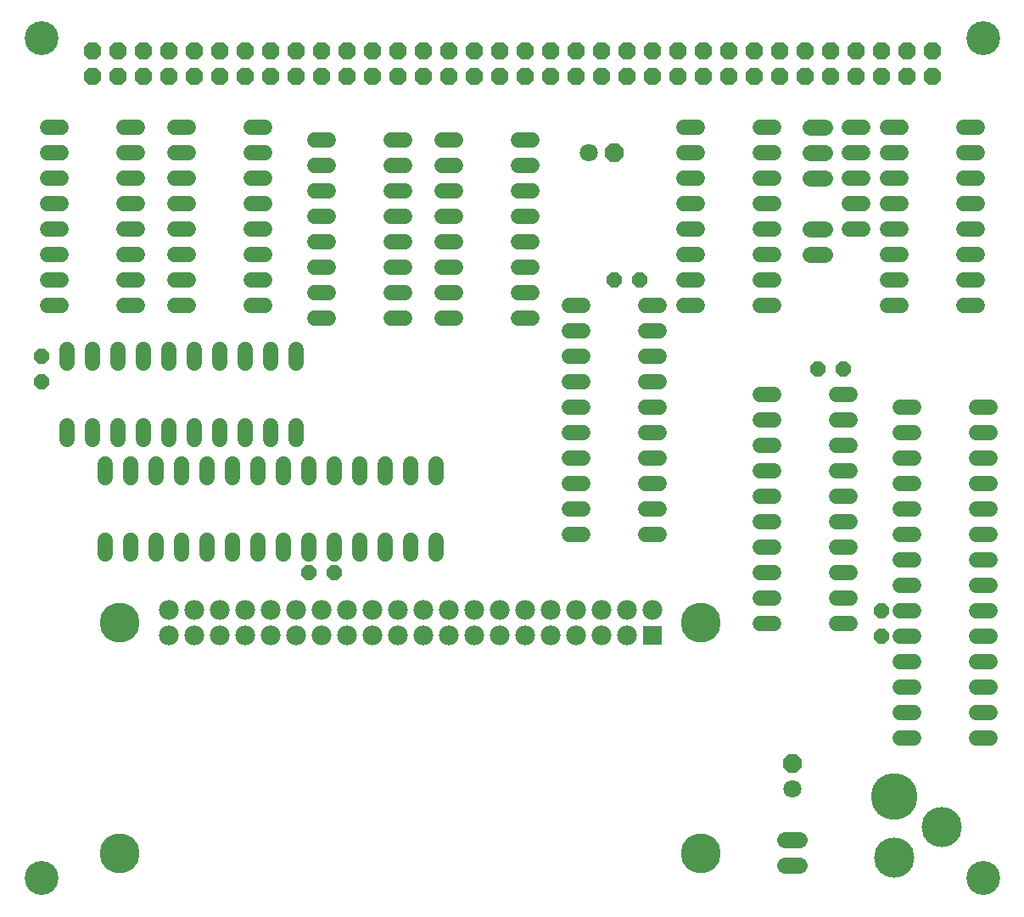
<source format=gbs>
G75*
%MOIN*%
%OFA0B0*%
%FSLAX24Y24*%
%IPPOS*%
%LPD*%
%AMOC8*
5,1,8,0,0,1.08239X$1,22.5*
%
%ADD10C,0.1330*%
%ADD11OC8,0.0600*%
%ADD12OC8,0.0710*%
%ADD13C,0.0710*%
%ADD14C,0.0600*%
%ADD15R,0.0780X0.0780*%
%ADD16C,0.0780*%
%ADD17C,0.1563*%
%ADD18C,0.0640*%
%ADD19C,0.1830*%
%ADD20C,0.1580*%
%ADD21OC8,0.0680*%
D10*
X002180Y002234D03*
X002180Y035234D03*
X039180Y035234D03*
X039180Y002234D03*
D11*
X035180Y011734D03*
X035180Y012734D03*
X033680Y022234D03*
X032680Y022234D03*
X025680Y025734D03*
X024680Y025734D03*
X013680Y014234D03*
X012680Y014234D03*
X002180Y021734D03*
X002180Y022734D03*
D12*
X024680Y030734D03*
X031680Y006734D03*
D13*
X031680Y005734D03*
X023680Y030734D03*
D14*
X021440Y030234D02*
X020920Y030234D01*
X020920Y029234D02*
X021440Y029234D01*
X021440Y028234D02*
X020920Y028234D01*
X020920Y027234D02*
X021440Y027234D01*
X021440Y026234D02*
X020920Y026234D01*
X020920Y025234D02*
X021440Y025234D01*
X021440Y024234D02*
X020920Y024234D01*
X022920Y023734D02*
X023440Y023734D01*
X023440Y022734D02*
X022920Y022734D01*
X022920Y021734D02*
X023440Y021734D01*
X023440Y020734D02*
X022920Y020734D01*
X022920Y019734D02*
X023440Y019734D01*
X023440Y018734D02*
X022920Y018734D01*
X022920Y017734D02*
X023440Y017734D01*
X023440Y016734D02*
X022920Y016734D01*
X022920Y015734D02*
X023440Y015734D01*
X025920Y015734D02*
X026440Y015734D01*
X026440Y016734D02*
X025920Y016734D01*
X025920Y017734D02*
X026440Y017734D01*
X026440Y018734D02*
X025920Y018734D01*
X025920Y019734D02*
X026440Y019734D01*
X026440Y020734D02*
X025920Y020734D01*
X025920Y021734D02*
X026440Y021734D01*
X026440Y022734D02*
X025920Y022734D01*
X025920Y023734D02*
X026440Y023734D01*
X026440Y024734D02*
X025920Y024734D01*
X027420Y024734D02*
X027940Y024734D01*
X027940Y025734D02*
X027420Y025734D01*
X027420Y026734D02*
X027940Y026734D01*
X027940Y027734D02*
X027420Y027734D01*
X027420Y028734D02*
X027940Y028734D01*
X027940Y029734D02*
X027420Y029734D01*
X027420Y030734D02*
X027940Y030734D01*
X027940Y031734D02*
X027420Y031734D01*
X030420Y031734D02*
X030940Y031734D01*
X030940Y030734D02*
X030420Y030734D01*
X030420Y029734D02*
X030940Y029734D01*
X030940Y028734D02*
X030420Y028734D01*
X030420Y027734D02*
X030940Y027734D01*
X030940Y026734D02*
X030420Y026734D01*
X030420Y025734D02*
X030940Y025734D01*
X030940Y024734D02*
X030420Y024734D01*
X033920Y027734D02*
X034440Y027734D01*
X035420Y027734D02*
X035940Y027734D01*
X035940Y028734D02*
X035420Y028734D01*
X034440Y028734D02*
X033920Y028734D01*
X033920Y029734D02*
X034440Y029734D01*
X035420Y029734D02*
X035940Y029734D01*
X035940Y030734D02*
X035420Y030734D01*
X034440Y030734D02*
X033920Y030734D01*
X033920Y031734D02*
X034440Y031734D01*
X035420Y031734D02*
X035940Y031734D01*
X038420Y031734D02*
X038940Y031734D01*
X038940Y030734D02*
X038420Y030734D01*
X038420Y029734D02*
X038940Y029734D01*
X038940Y028734D02*
X038420Y028734D01*
X038420Y027734D02*
X038940Y027734D01*
X038940Y026734D02*
X038420Y026734D01*
X038420Y025734D02*
X038940Y025734D01*
X038940Y024734D02*
X038420Y024734D01*
X035940Y024734D02*
X035420Y024734D01*
X035420Y025734D02*
X035940Y025734D01*
X035940Y026734D02*
X035420Y026734D01*
X033940Y021234D02*
X033420Y021234D01*
X033420Y020234D02*
X033940Y020234D01*
X033940Y019234D02*
X033420Y019234D01*
X033420Y018234D02*
X033940Y018234D01*
X033940Y017234D02*
X033420Y017234D01*
X033420Y016234D02*
X033940Y016234D01*
X033940Y015234D02*
X033420Y015234D01*
X033420Y014234D02*
X033940Y014234D01*
X033940Y013234D02*
X033420Y013234D01*
X033420Y012234D02*
X033940Y012234D01*
X035920Y011734D02*
X036440Y011734D01*
X036440Y010734D02*
X035920Y010734D01*
X035920Y009734D02*
X036440Y009734D01*
X036440Y008734D02*
X035920Y008734D01*
X035920Y007734D02*
X036440Y007734D01*
X038920Y007734D02*
X039440Y007734D01*
X039440Y008734D02*
X038920Y008734D01*
X038920Y009734D02*
X039440Y009734D01*
X039440Y010734D02*
X038920Y010734D01*
X038920Y011734D02*
X039440Y011734D01*
X039440Y012734D02*
X038920Y012734D01*
X038920Y013734D02*
X039440Y013734D01*
X039440Y014734D02*
X038920Y014734D01*
X038920Y015734D02*
X039440Y015734D01*
X039440Y016734D02*
X038920Y016734D01*
X038920Y017734D02*
X039440Y017734D01*
X039440Y018734D02*
X038920Y018734D01*
X038920Y019734D02*
X039440Y019734D01*
X039440Y020734D02*
X038920Y020734D01*
X036440Y020734D02*
X035920Y020734D01*
X035920Y019734D02*
X036440Y019734D01*
X036440Y018734D02*
X035920Y018734D01*
X035920Y017734D02*
X036440Y017734D01*
X036440Y016734D02*
X035920Y016734D01*
X035920Y015734D02*
X036440Y015734D01*
X036440Y014734D02*
X035920Y014734D01*
X035920Y013734D02*
X036440Y013734D01*
X036440Y012734D02*
X035920Y012734D01*
X030940Y012234D02*
X030420Y012234D01*
X030420Y013234D02*
X030940Y013234D01*
X030940Y014234D02*
X030420Y014234D01*
X030420Y015234D02*
X030940Y015234D01*
X030940Y016234D02*
X030420Y016234D01*
X030420Y017234D02*
X030940Y017234D01*
X030940Y018234D02*
X030420Y018234D01*
X030420Y019234D02*
X030940Y019234D01*
X030940Y020234D02*
X030420Y020234D01*
X030420Y021234D02*
X030940Y021234D01*
X023440Y024734D02*
X022920Y024734D01*
X018440Y024234D02*
X017920Y024234D01*
X017920Y025234D02*
X018440Y025234D01*
X018440Y026234D02*
X017920Y026234D01*
X017920Y027234D02*
X018440Y027234D01*
X018440Y028234D02*
X017920Y028234D01*
X017920Y029234D02*
X018440Y029234D01*
X018440Y030234D02*
X017920Y030234D01*
X017920Y031234D02*
X018440Y031234D01*
X016440Y031234D02*
X015920Y031234D01*
X015920Y030234D02*
X016440Y030234D01*
X016440Y029234D02*
X015920Y029234D01*
X015920Y028234D02*
X016440Y028234D01*
X016440Y027234D02*
X015920Y027234D01*
X015920Y026234D02*
X016440Y026234D01*
X016440Y025234D02*
X015920Y025234D01*
X015920Y024234D02*
X016440Y024234D01*
X013440Y024234D02*
X012920Y024234D01*
X012920Y025234D02*
X013440Y025234D01*
X013440Y026234D02*
X012920Y026234D01*
X012920Y027234D02*
X013440Y027234D01*
X013440Y028234D02*
X012920Y028234D01*
X012920Y029234D02*
X013440Y029234D01*
X013440Y030234D02*
X012920Y030234D01*
X012920Y031234D02*
X013440Y031234D01*
X010940Y030734D02*
X010420Y030734D01*
X010420Y031734D02*
X010940Y031734D01*
X010940Y029734D02*
X010420Y029734D01*
X010420Y028734D02*
X010940Y028734D01*
X010940Y027734D02*
X010420Y027734D01*
X010420Y026734D02*
X010940Y026734D01*
X010940Y025734D02*
X010420Y025734D01*
X010420Y024734D02*
X010940Y024734D01*
X011180Y022994D02*
X011180Y022474D01*
X012180Y022474D02*
X012180Y022994D01*
X010180Y022994D02*
X010180Y022474D01*
X009180Y022474D02*
X009180Y022994D01*
X008180Y022994D02*
X008180Y022474D01*
X007180Y022474D02*
X007180Y022994D01*
X006180Y022994D02*
X006180Y022474D01*
X005180Y022474D02*
X005180Y022994D01*
X004180Y022994D02*
X004180Y022474D01*
X003180Y022474D02*
X003180Y022994D01*
X002940Y024734D02*
X002420Y024734D01*
X002420Y025734D02*
X002940Y025734D01*
X002940Y026734D02*
X002420Y026734D01*
X002420Y027734D02*
X002940Y027734D01*
X002940Y028734D02*
X002420Y028734D01*
X002420Y029734D02*
X002940Y029734D01*
X002940Y030734D02*
X002420Y030734D01*
X002420Y031734D02*
X002940Y031734D01*
X005420Y031734D02*
X005940Y031734D01*
X005940Y030734D02*
X005420Y030734D01*
X005420Y029734D02*
X005940Y029734D01*
X005940Y028734D02*
X005420Y028734D01*
X005420Y027734D02*
X005940Y027734D01*
X005940Y026734D02*
X005420Y026734D01*
X005420Y025734D02*
X005940Y025734D01*
X005940Y024734D02*
X005420Y024734D01*
X007420Y024734D02*
X007940Y024734D01*
X007940Y025734D02*
X007420Y025734D01*
X007420Y026734D02*
X007940Y026734D01*
X007940Y027734D02*
X007420Y027734D01*
X007420Y028734D02*
X007940Y028734D01*
X007940Y029734D02*
X007420Y029734D01*
X007420Y030734D02*
X007940Y030734D01*
X007940Y031734D02*
X007420Y031734D01*
X007180Y019994D02*
X007180Y019474D01*
X006180Y019474D02*
X006180Y019994D01*
X005180Y019994D02*
X005180Y019474D01*
X004180Y019474D02*
X004180Y019994D01*
X003180Y019994D02*
X003180Y019474D01*
X004680Y018494D02*
X004680Y017974D01*
X005680Y017974D02*
X005680Y018494D01*
X006680Y018494D02*
X006680Y017974D01*
X007680Y017974D02*
X007680Y018494D01*
X008180Y019474D02*
X008180Y019994D01*
X009180Y019994D02*
X009180Y019474D01*
X010180Y019474D02*
X010180Y019994D01*
X011180Y019994D02*
X011180Y019474D01*
X012180Y019474D02*
X012180Y019994D01*
X011680Y018494D02*
X011680Y017974D01*
X010680Y017974D02*
X010680Y018494D01*
X009680Y018494D02*
X009680Y017974D01*
X008680Y017974D02*
X008680Y018494D01*
X008680Y015494D02*
X008680Y014974D01*
X009680Y014974D02*
X009680Y015494D01*
X010680Y015494D02*
X010680Y014974D01*
X011680Y014974D02*
X011680Y015494D01*
X012680Y015494D02*
X012680Y014974D01*
X013680Y014974D02*
X013680Y015494D01*
X014680Y015494D02*
X014680Y014974D01*
X015680Y014974D02*
X015680Y015494D01*
X016680Y015494D02*
X016680Y014974D01*
X017680Y014974D02*
X017680Y015494D01*
X017680Y017974D02*
X017680Y018494D01*
X016680Y018494D02*
X016680Y017974D01*
X015680Y017974D02*
X015680Y018494D01*
X014680Y018494D02*
X014680Y017974D01*
X013680Y017974D02*
X013680Y018494D01*
X012680Y018494D02*
X012680Y017974D01*
X007680Y015494D02*
X007680Y014974D01*
X006680Y014974D02*
X006680Y015494D01*
X005680Y015494D02*
X005680Y014974D01*
X004680Y014974D02*
X004680Y015494D01*
X020920Y031234D02*
X021440Y031234D01*
D15*
X026180Y011762D03*
D16*
X025180Y011762D03*
X024180Y011762D03*
X023180Y011762D03*
X022180Y011762D03*
X021180Y011762D03*
X020180Y011762D03*
X019180Y011762D03*
X018180Y011762D03*
X017180Y011762D03*
X016180Y011762D03*
X015180Y011762D03*
X014180Y011762D03*
X013180Y011762D03*
X012180Y011762D03*
X011180Y011762D03*
X010180Y011762D03*
X009180Y011762D03*
X008180Y011762D03*
X007180Y011762D03*
X007180Y012762D03*
X008180Y012762D03*
X009180Y012762D03*
X010180Y012762D03*
X011180Y012762D03*
X012180Y012762D03*
X013180Y012762D03*
X014180Y012762D03*
X015180Y012762D03*
X016180Y012762D03*
X017180Y012762D03*
X018180Y012762D03*
X019180Y012762D03*
X020180Y012762D03*
X021180Y012762D03*
X022180Y012762D03*
X023180Y012762D03*
X024180Y012762D03*
X025180Y012762D03*
X026180Y012762D03*
D17*
X028097Y012262D03*
X028097Y003207D03*
X005263Y003207D03*
X005263Y012262D03*
D18*
X031400Y003734D02*
X031960Y003734D01*
X031960Y002734D02*
X031400Y002734D01*
X032400Y026734D02*
X032960Y026734D01*
X032960Y027734D02*
X032400Y027734D01*
X032400Y029734D02*
X032960Y029734D01*
X032960Y030734D02*
X032400Y030734D01*
X032400Y031734D02*
X032960Y031734D01*
D19*
X035680Y005455D03*
D20*
X037570Y004234D03*
X035680Y003053D03*
D21*
X035180Y033734D03*
X036180Y033734D03*
X037180Y033734D03*
X037180Y034734D03*
X036180Y034734D03*
X035180Y034734D03*
X034180Y034734D03*
X033180Y034734D03*
X033180Y033734D03*
X034180Y033734D03*
X032180Y033734D03*
X031180Y033734D03*
X030180Y033734D03*
X029180Y033734D03*
X028180Y033734D03*
X027180Y033734D03*
X026180Y033734D03*
X025180Y033734D03*
X024180Y033734D03*
X023180Y033734D03*
X022180Y033734D03*
X021180Y033734D03*
X020180Y033734D03*
X019180Y033734D03*
X018180Y033734D03*
X017180Y033734D03*
X016180Y033734D03*
X015180Y033734D03*
X014180Y033734D03*
X013180Y033734D03*
X012180Y033734D03*
X011180Y033734D03*
X010180Y033734D03*
X009180Y033734D03*
X008180Y033734D03*
X007180Y033734D03*
X006180Y033734D03*
X005180Y033734D03*
X004180Y033734D03*
X004180Y034734D03*
X005180Y034734D03*
X006180Y034734D03*
X007180Y034734D03*
X008180Y034734D03*
X009180Y034734D03*
X010180Y034734D03*
X011180Y034734D03*
X012180Y034734D03*
X013180Y034734D03*
X014180Y034734D03*
X015180Y034734D03*
X016180Y034734D03*
X017180Y034734D03*
X018180Y034734D03*
X019180Y034734D03*
X020180Y034734D03*
X021180Y034734D03*
X022180Y034734D03*
X023180Y034734D03*
X024180Y034734D03*
X025180Y034734D03*
X026180Y034734D03*
X027180Y034734D03*
X028180Y034734D03*
X029180Y034734D03*
X030180Y034734D03*
X031180Y034734D03*
X032180Y034734D03*
M02*

</source>
